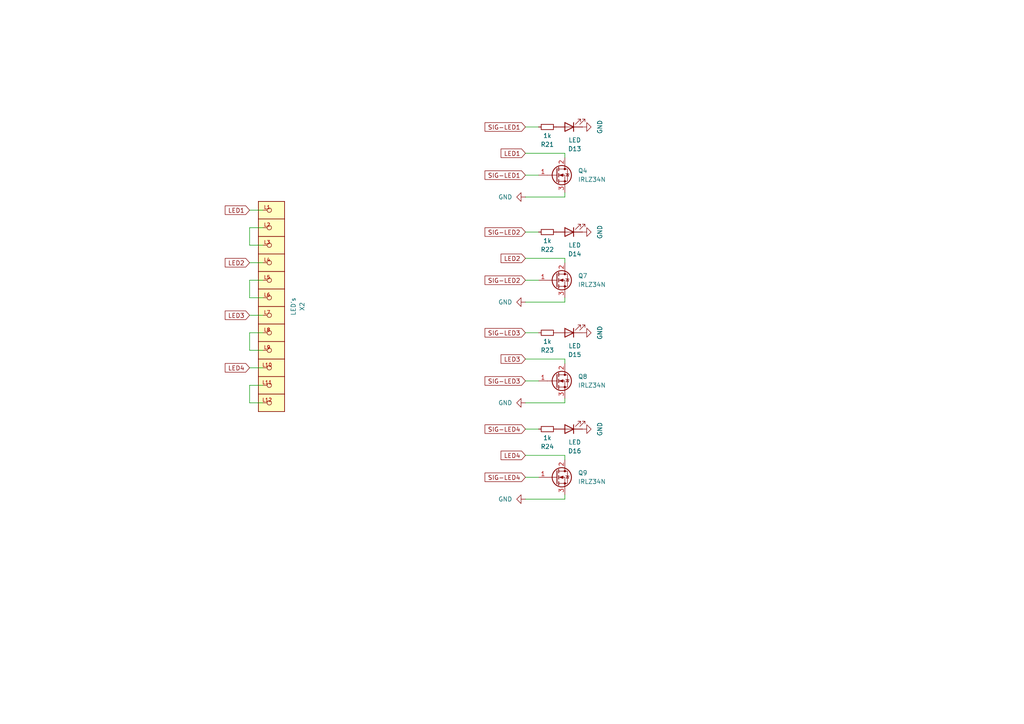
<source format=kicad_sch>
(kicad_sch (version 20250114) (generator "eeschema") (generator_version "9.0")
  (paper "A4")
  (lib_symbols
    (symbol "Device:LED" (pin_numbers (hide yes)) (pin_names (offset 1.016) (hide yes))
      (property "Reference" "D" (at 0 2.54 0))
      (property "Value" "LED" (at 0 -2.54 0))
      (symbol "LED_0_1"
        (polyline (pts (xy -3.048 -0.762) (xy -4.572 -2.286) (xy -3.81 -2.286) (xy -4.572 -2.286) (xy -4.572 -1.524)))
        (polyline (pts (xy -1.778 -0.762) (xy -3.302 -2.286) (xy -2.54 -2.286) (xy -3.302 -2.286) (xy -3.302 -1.524)))
        (polyline (pts (xy -1.27 0) (xy 1.27 0)))
        (polyline (pts (xy -1.27 -1.27) (xy -1.27 1.27)) (stroke (width 0.254)))
        (polyline (pts (xy 1.27 -1.27) (xy 1.27 1.27) (xy -1.27 0) (xy 1.27 -1.27)) (stroke (width 0.254)))
      )
      (symbol "LED_1_1"
        (pin passive line (at -3.81 0 0) (length 2.54) (name "K") (number "1"))
        (pin passive line (at 3.81 0 180) (length 2.54) (name "A") (number "2"))
      )
    )
    (symbol "Device:R_Small" (pin_numbers (hide yes)) (pin_names (offset 0.254) (hide yes))
      (property "Reference" "R" (at 0.762 0.508 0))
      (property "Value" "R_Small" (at 0.762 -1.016 0))
      (symbol "R_Small_0_1"
        (rectangle (start -0.762 1.778) (end 0.762 -1.778) (stroke (width 0.2032)))
      )
      (symbol "R_Small_1_1"
        (pin passive line (at 0 2.54 270) (length 0.762) (name "~") (number "1"))
        (pin passive line (at 0 -2.54 90) (length 0.762) (name "~") (number "2"))
      )
    )
    (symbol "Snapeda:250-212" (pin_names (offset 1.016))
      (property "Reference" "X" (at -3.815 32.242 0))
      (property "Value" "250-212" (at -3.8108 -33.4866 0))
      (symbol "250-212_0_0"
        (polyline (pts (xy -3.81 25.4) (xy 3.81 25.4)) (stroke (width 0.2)))
        (polyline (pts (xy -3.81 15.24) (xy 3.81 15.24)) (stroke (width 0.2)))
        (polyline (pts (xy -3.81 5.08) (xy 3.81 5.08)) (stroke (width 0.2)))
        (polyline (pts (xy -3.81 -5.08) (xy 3.81 -5.08)) (stroke (width 0.2)))
        (polyline (pts (xy -3.81 -15.24) (xy 3.81 -15.24)) (stroke (width 0.2)))
        (polyline (pts (xy -3.81 -25.4) (xy 3.81 -25.4)) (stroke (width 0.2)))
        (rectangle (start -3.81 -30.48) (end 3.81 30.48) (stroke (width 0.2)) (fill (type background)))
        (polyline (pts (xy 3.81 20.32) (xy -3.81 20.32)) (stroke (width 0.2)))
        (polyline (pts (xy 3.81 10.16) (xy -3.81 10.16)) (stroke (width 0.2)))
        (polyline (pts (xy 3.81 0) (xy -3.81 0)) (stroke (width 0.2)))
        (polyline (pts (xy 3.81 -10.16) (xy -3.81 -10.16)) (stroke (width 0.2)))
        (polyline (pts (xy 3.81 -20.32) (xy -3.81 -20.32)) (stroke (width 0.2)))
        (pin bidirectional inverted (at -2.54 27.94 0) (length 2.54) (name "~") (number "L1"))
        (pin bidirectional inverted (at -2.54 22.86 0) (length 2.54) (name "~") (number "L2"))
        (pin bidirectional inverted (at -2.54 17.78 0) (length 2.54) (name "~") (number "L3"))
        (pin bidirectional inverted (at -2.54 12.7 0) (length 2.54) (name "~") (number "L4"))
        (pin bidirectional inverted (at -2.54 7.62 0) (length 2.54) (name "~") (number "L5"))
        (pin bidirectional inverted (at -2.54 2.54 0) (length 2.54) (name "~") (number "L6"))
        (pin bidirectional inverted (at -2.54 -2.54 0) (length 2.54) (name "~") (number "L7"))
        (pin bidirectional inverted (at -2.54 -7.62 0) (length 2.54) (name "~") (number "L8"))
        (pin bidirectional inverted (at -2.54 -12.7 0) (length 2.54) (name "~") (number "L9"))
        (pin bidirectional inverted (at -2.54 -17.78 0) (length 2.54) (name "~") (number "L10"))
        (pin bidirectional inverted (at -2.54 -22.86 0) (length 2.54) (name "~") (number "L11"))
        (pin bidirectional inverted (at -2.54 -27.94 0) (length 2.54) (name "~") (number "L12"))
      )
    )
    (symbol "Transistor_FET:IRLZ34N" (pin_names (hide yes))
      (property "Reference" "Q" (at 5.08 1.905 0))
      (property "Value" "IRLZ34N" (at 5.08 0 0))
      (symbol "IRLZ34N_0_1"
        (polyline (pts (xy 0.254 1.905) (xy 0.254 -1.905)) (stroke (width 0.254)))
        (polyline (pts (xy 0.254 0) (xy -2.54 0)))
        (polyline (pts (xy 0.762 2.286) (xy 0.762 1.27)) (stroke (width 0.254)))
        (polyline (pts (xy 0.762 0.508) (xy 0.762 -0.508)) (stroke (width 0.254)))
        (polyline (pts (xy 0.762 -1.27) (xy 0.762 -2.286)) (stroke (width 0.254)))
        (polyline (pts (xy 0.762 -1.778) (xy 3.302 -1.778) (xy 3.302 1.778) (xy 0.762 1.778)))
        (polyline (pts (xy 1.016 0) (xy 2.032 0.381) (xy 2.032 -0.381) (xy 1.016 0)) (fill (type outline)))
        (circle (center 1.651 0) (radius 2.794) (stroke (width 0.254)))
        (polyline (pts (xy 2.54 2.54) (xy 2.54 1.778)))
        (circle (center 2.54 1.778) (radius 0.254) (fill (type outline)))
        (circle (center 2.54 -1.778) (radius 0.254) (fill (type outline)))
        (polyline (pts (xy 2.54 -2.54) (xy 2.54 0) (xy 0.762 0)))
        (polyline (pts (xy 2.794 0.508) (xy 2.921 0.381) (xy 3.683 0.381) (xy 3.81 0.254)))
        (polyline (pts (xy 3.302 0.381) (xy 2.921 -0.254) (xy 3.683 -0.254) (xy 3.302 0.381)))
      )
      (symbol "IRLZ34N_1_1"
        (pin input line (at -5.08 0 0) (length 2.54) (name "G") (number "1"))
        (pin passive line (at 2.54 5.08 270) (length 2.54) (name "D") (number "2"))
        (pin passive line (at 2.54 -5.08 90) (length 2.54) (name "S") (number "3"))
      )
    )
    (symbol "power:GND" (power) (pin_numbers (hide yes)) (pin_names (offset 0) (hide yes))
      (property "Value" "GND" (at 0 -3.81 0))
      (symbol "GND_0_1"
        (polyline (pts (xy 0 0) (xy 0 -1.27) (xy 1.27 -1.27) (xy 0 -2.54) (xy -1.27 -1.27) (xy 0 -1.27)))
      )
      (symbol "GND_1_1"
        (pin power_in line (at 0 0 270) (length 0) (name "~") (number "1"))
      )
    )
  )
  (wire (pts (xy 72.39 81.28) (xy 76.2 81.28)))
  (wire (pts (xy 76.2 76.2) (xy 72.39 76.2)))
  (wire (pts (xy 152.4 81.28) (xy 156.21 81.28)))
  (wire (pts (xy 152.4 36.83) (xy 156.21 36.83)))
  (wire (pts (xy 76.2 60.96) (xy 72.39 60.96)))
  (wire (pts (xy 76.2 86.36) (xy 72.39 86.36)))
  (wire (pts (xy 72.39 111.76) (xy 72.39 116.84)))
  (wire (pts (xy 152.4 138.43) (xy 156.21 138.43)))
  (wire (pts (xy 76.2 91.44) (xy 72.39 91.44)))
  (wire (pts (xy 163.83 104.14) (xy 163.83 105.41)))
  (wire (pts (xy 163.83 132.08) (xy 163.83 133.35)))
  (wire (pts (xy 152.4 50.8) (xy 156.21 50.8)))
  (wire (pts (xy 163.83 115.57) (xy 163.83 116.84)))
  (wire (pts (xy 163.83 86.36) (xy 163.83 87.63)))
  (wire (pts (xy 76.2 101.6) (xy 72.39 101.6)))
  (wire (pts (xy 152.4 110.49) (xy 156.21 110.49)))
  (wire (pts (xy 152.4 67.31) (xy 156.21 67.31)))
  (wire (pts (xy 152.4 96.52) (xy 156.21 96.52)))
  (wire (pts (xy 152.4 124.46) (xy 156.21 124.46)))
  (wire (pts (xy 152.4 132.08) (xy 163.83 132.08)))
  (wire (pts (xy 163.83 55.88) (xy 163.83 57.15)))
  (wire (pts (xy 76.2 71.12) (xy 72.39 71.12)))
  (wire (pts (xy 76.2 106.68) (xy 72.39 106.68)))
  (wire (pts (xy 152.4 44.45) (xy 163.83 44.45)))
  (wire (pts (xy 152.4 57.15) (xy 163.83 57.15)))
  (wire (pts (xy 72.39 96.52) (xy 76.2 96.52)))
  (wire (pts (xy 152.4 104.14) (xy 163.83 104.14)))
  (wire (pts (xy 72.39 66.04) (xy 76.2 66.04)))
  (wire (pts (xy 76.2 116.84) (xy 72.39 116.84)))
  (wire (pts (xy 163.83 44.45) (xy 163.83 45.72)))
  (wire (pts (xy 76.2 111.76) (xy 72.39 111.76)))
  (wire (pts (xy 72.39 81.28) (xy 72.39 86.36)))
  (wire (pts (xy 152.4 116.84) (xy 163.83 116.84)))
  (wire (pts (xy 152.4 144.78) (xy 163.83 144.78)))
  (wire (pts (xy 72.39 96.52) (xy 72.39 101.6)))
  (wire (pts (xy 152.4 74.93) (xy 163.83 74.93)))
  (wire (pts (xy 152.4 87.63) (xy 163.83 87.63)))
  (wire (pts (xy 163.83 143.51) (xy 163.83 144.78)))
  (wire (pts (xy 163.83 74.93) (xy 163.83 76.2)))
  (wire (pts (xy 72.39 66.04) (xy 72.39 71.12)))
  (global_label "SIG-LED4" (shape input) (at 152.4 138.43 180) (property "Intersheetrefs" "${INTERSHEET_REFS}" (effects (hide yes))))
  (global_label "LED4" (shape input) (at 152.4 132.08 180) (property "Intersheetrefs" "${INTERSHEET_REFS}" (effects (hide yes))))
  (global_label "SIG-LED1" (shape input) (at 152.4 50.8 180) (property "Intersheetrefs" "${INTERSHEET_REFS}" (effects (hide yes))))
  (global_label "SIG-LED1" (shape input) (at 152.4 36.83 180) (property "Intersheetrefs" "${INTERSHEET_REFS}" (effects (hide yes))))
  (global_label "SIG-LED3" (shape input) (at 152.4 110.49 180) (property "Intersheetrefs" "${INTERSHEET_REFS}" (effects (hide yes))))
  (global_label "LED3" (shape input) (at 72.39 91.44 180) (property "Intersheetrefs" "${INTERSHEET_REFS}" (effects (hide yes))))
  (global_label "SIG-LED2" (shape input) (at 152.4 81.28 180) (property "Intersheetrefs" "${INTERSHEET_REFS}" (effects (hide yes))))
  (global_label "LED4" (shape input) (at 72.39 106.68 180) (property "Intersheetrefs" "${INTERSHEET_REFS}" (effects (hide yes))))
  (global_label "LED2" (shape input) (at 152.4 74.93 180) (property "Intersheetrefs" "${INTERSHEET_REFS}" (effects (hide yes))))
  (global_label "LED1" (shape input) (at 72.39 60.96 180) (property "Intersheetrefs" "${INTERSHEET_REFS}" (effects (hide yes))))
  (global_label "SIG-LED2" (shape input) (at 152.4 67.31 180) (property "Intersheetrefs" "${INTERSHEET_REFS}" (effects (hide yes))))
  (global_label "LED2" (shape input) (at 72.39 76.2 180) (property "Intersheetrefs" "${INTERSHEET_REFS}" (effects (hide yes))))
  (global_label "SIG-LED4" (shape input) (at 152.4 124.46 180) (property "Intersheetrefs" "${INTERSHEET_REFS}" (effects (hide yes))))
  (global_label "SIG-LED3" (shape input) (at 152.4 96.52 180) (property "Intersheetrefs" "${INTERSHEET_REFS}" (effects (hide yes))))
  (global_label "LED1" (shape input) (at 152.4 44.45 180) (property "Intersheetrefs" "${INTERSHEET_REFS}" (effects (hide yes))))
  (global_label "LED3" (shape input) (at 152.4 104.14 180) (property "Intersheetrefs" "${INTERSHEET_REFS}" (effects (hide yes))))
  (symbol (lib_id "power:GND") (at 168.91 96.52 90) (unit 1)
    (property "Reference" "#PWR058" (effects (hide yes)))
    (property "Value" "GND" (at 173.99 96.52 0))
    (property "Description" "Power symbol creates a global label with name \"GND\" , ground" (effects (hide yes)))
  )
  (symbol (lib_id "Transistor_FET:IRLZ34N") (at 161.29 110.49 0) (unit 1)
    (property "Reference" "Q8" (at 167.64 109.2199 0) (effects (justify left)))
    (property "Value" "IRLZ34N" (at 167.64 111.7599 0) (effects (justify left)))
    (property "Footprint" "Package_TO_SOT_THT:TO-220-3_Vertical" (effects (hide yes)))
    (property "Datasheet" "http://www.infineon.com/dgdl/irlz34npbf.pdf?fileId=5546d462533600a40153567206892720" (effects (hide yes)))
    (property "Description" "30A Id, 55V Vds, 35mOhm Rds, N-Channel HEXFET Power MOSFET, TO-220AB" (effects (hide yes)))
  )
  (symbol (lib_id "power:GND") (at 152.4 144.78 270) (unit 1)
    (property "Reference" "#PWR020" (effects (hide yes)))
    (property "Value" "GND" (at 148.59 144.7799 90) (effects (justify right)))
    (property "Description" "Power symbol creates a global label with name \"GND\" , ground" (effects (hide yes)))
  )
  (symbol (lib_id "power:GND") (at 152.4 116.84 270) (unit 1)
    (property "Reference" "#PWR019" (effects (hide yes)))
    (property "Value" "GND" (at 148.59 116.8399 90) (effects (justify right)))
    (property "Description" "Power symbol creates a global label with name \"GND\" , ground" (effects (hide yes)))
  )
  (symbol (lib_id "power:GND") (at 168.91 124.46 90) (unit 1)
    (property "Reference" "#PWR059" (effects (hide yes)))
    (property "Value" "GND" (at 173.99 124.46 0))
    (property "Description" "Power symbol creates a global label with name \"GND\" , ground" (effects (hide yes)))
  )
  (symbol (lib_id "power:GND") (at 168.91 67.31 90) (unit 1)
    (property "Reference" "#PWR057" (effects (hide yes)))
    (property "Value" "GND" (at 173.99 67.31 0))
    (property "Description" "Power symbol creates a global label with name \"GND\" , ground" (effects (hide yes)))
  )
  (symbol (lib_id "Device:LED") (at 165.1 36.83 180) (unit 1)
    (property "Reference" "D13" (at 166.6875 43.18 0))
    (property "Value" "LED" (at 166.6875 40.64 0))
    (property "Footprint" "LED_SMD:LED_0603_1608Metric" (effects (hide yes)))
    (property "Description" "Light emitting diode" (effects (hide yes)))
  )
  (symbol (lib_id "Transistor_FET:IRLZ34N") (at 161.29 50.8 0) (unit 1)
    (property "Reference" "Q4" (at 167.64 49.5299 0) (effects (justify left)))
    (property "Value" "IRLZ34N" (at 167.64 52.0699 0) (effects (justify left)))
    (property "Footprint" "Package_TO_SOT_THT:TO-220-3_Vertical" (effects (hide yes)))
    (property "Datasheet" "http://www.infineon.com/dgdl/irlz34npbf.pdf?fileId=5546d462533600a40153567206892720" (effects (hide yes)))
    (property "Description" "30A Id, 55V Vds, 35mOhm Rds, N-Channel HEXFET Power MOSFET, TO-220AB" (effects (hide yes)))
  )
  (symbol (lib_id "Device:LED") (at 165.1 124.46 180) (unit 1)
    (property "Reference" "D16" (at 166.6875 130.81 0))
    (property "Value" "LED" (at 166.6875 128.27 0))
    (property "Footprint" "LED_SMD:LED_0603_1608Metric" (effects (hide yes)))
    (property "Description" "Light emitting diode" (effects (hide yes)))
  )
  (symbol (lib_id "Device:LED") (at 165.1 96.52 180) (unit 1)
    (property "Reference" "D15" (at 166.6875 102.87 0))
    (property "Value" "LED" (at 166.6875 100.33 0))
    (property "Footprint" "LED_SMD:LED_0603_1608Metric" (effects (hide yes)))
    (property "Description" "Light emitting diode" (effects (hide yes)))
  )
  (symbol (lib_id "Device:R_Small") (at 158.75 96.52 270) (unit 1)
    (property "Reference" "R23" (at 158.75 101.6 90))
    (property "Value" "1k" (at 158.75 99.06 90))
    (property "Footprint" "Resistor_SMD:R_0603_1608Metric" (effects (hide yes)))
    (property "Description" "Resistor, small symbol" (effects (hide yes)))
  )
  (symbol (lib_id "Device:R_Small") (at 158.75 124.46 270) (unit 1)
    (property "Reference" "R24" (at 158.75 129.54 90))
    (property "Value" "1k" (at 158.75 127 90))
    (property "Footprint" "Resistor_SMD:R_0603_1608Metric" (effects (hide yes)))
    (property "Description" "Resistor, small symbol" (effects (hide yes)))
  )
  (symbol (lib_id "Device:R_Small") (at 158.75 36.83 270) (unit 1)
    (property "Reference" "R21" (at 158.75 41.91 90))
    (property "Value" "1k" (at 158.75 39.37 90))
    (property "Footprint" "Resistor_SMD:R_0603_1608Metric" (effects (hide yes)))
    (property "Description" "Resistor, small symbol" (effects (hide yes)))
  )
  (symbol (lib_id "Transistor_FET:IRLZ34N") (at 161.29 81.28 0) (unit 1)
    (property "Reference" "Q7" (at 167.64 80.0099 0) (effects (justify left)))
    (property "Value" "IRLZ34N" (at 167.64 82.5499 0) (effects (justify left)))
    (property "Footprint" "Package_TO_SOT_THT:TO-220-3_Vertical" (effects (hide yes)))
    (property "Datasheet" "http://www.infineon.com/dgdl/irlz34npbf.pdf?fileId=5546d462533600a40153567206892720" (effects (hide yes)))
    (property "Description" "30A Id, 55V Vds, 35mOhm Rds, N-Channel HEXFET Power MOSFET, TO-220AB" (effects (hide yes)))
  )
  (symbol (lib_id "Device:LED") (at 165.1 67.31 180) (unit 1)
    (property "Reference" "D14" (at 166.6875 73.66 0))
    (property "Value" "LED" (at 166.6875 71.12 0))
    (property "Footprint" "LED_SMD:LED_0603_1608Metric" (effects (hide yes)))
    (property "Description" "Light emitting diode" (effects (hide yes)))
  )
  (symbol (lib_id "Snapeda:250-212") (at 78.74 88.9 0) (unit 1)
    (property "Reference" "X2" (at 87.63 88.9 90))
    (property "Value" "LED's" (at 85.09 88.9 90))
    (property "Footprint" "Snapeda:250-212_P-250-212" (effects (hide yes)))
    (property "MF" "WAGO Innovative Connections" (effects (hide yes)))
    (property "Description_1" "\n12 Position Wire to Board Terminal Block 45° (135°) Angle with Board 0.138 (3.50mm) Through Hole\n" (effects (hide yes)))
    (property "Package" "None" (effects (hide yes)))
    (property "Price" "None" (effects (hide yes)))
    (property "SnapEDA_Link" "https://www.snapeda.com/parts/250-212/WAGO/view-part/?ref=snap" (effects (hide yes)))
    (property "MP" "250-212" (effects (hide yes)))
    (property "Availability" "In Stock" (effects (hide yes)))
    (property "Check_prices" "https://www.snapeda.com/parts/250-212/WAGO/view-part/?ref=eda" (effects (hide yes)))
  )
  (symbol (lib_id "Device:R_Small") (at 158.75 67.31 270) (unit 1)
    (property "Reference" "R22" (at 158.75 72.39 90))
    (property "Value" "1k" (at 158.75 69.85 90))
    (property "Footprint" "Resistor_SMD:R_0603_1608Metric" (effects (hide yes)))
    (property "Description" "Resistor, small symbol" (effects (hide yes)))
  )
  (symbol (lib_id "Transistor_FET:IRLZ34N") (at 161.29 138.43 0) (unit 1)
    (property "Reference" "Q9" (at 167.64 137.1599 0) (effects (justify left)))
    (property "Value" "IRLZ34N" (at 167.64 139.6999 0) (effects (justify left)))
    (property "Footprint" "Package_TO_SOT_THT:TO-220-3_Vertical" (effects (hide yes)))
    (property "Datasheet" "http://www.infineon.com/dgdl/irlz34npbf.pdf?fileId=5546d462533600a40153567206892720" (effects (hide yes)))
    (property "Description" "30A Id, 55V Vds, 35mOhm Rds, N-Channel HEXFET Power MOSFET, TO-220AB" (effects (hide yes)))
  )
  (symbol (lib_id "power:GND") (at 168.91 36.83 90) (unit 1)
    (property "Reference" "#PWR052" (effects (hide yes)))
    (property "Value" "GND" (at 173.99 36.83 0))
    (property "Description" "Power symbol creates a global label with name \"GND\" , ground" (effects (hide yes)))
  )
  (symbol (lib_id "power:GND") (at 152.4 87.63 270) (unit 1)
    (property "Reference" "#PWR018" (effects (hide yes)))
    (property "Value" "GND" (at 148.59 87.6299 90) (effects (justify right)))
    (property "Description" "Power symbol creates a global label with name \"GND\" , ground" (effects (hide yes)))
  )
  (symbol (lib_id "power:GND") (at 152.4 57.15 270) (unit 1)
    (property "Reference" "#PWR014" (effects (hide yes)))
    (property "Value" "GND" (at 148.59 57.1499 90) (effects (justify right)))
    (property "Description" "Power symbol creates a global label with name \"GND\" , ground" (effects (hide yes)))
  )
)
</source>
